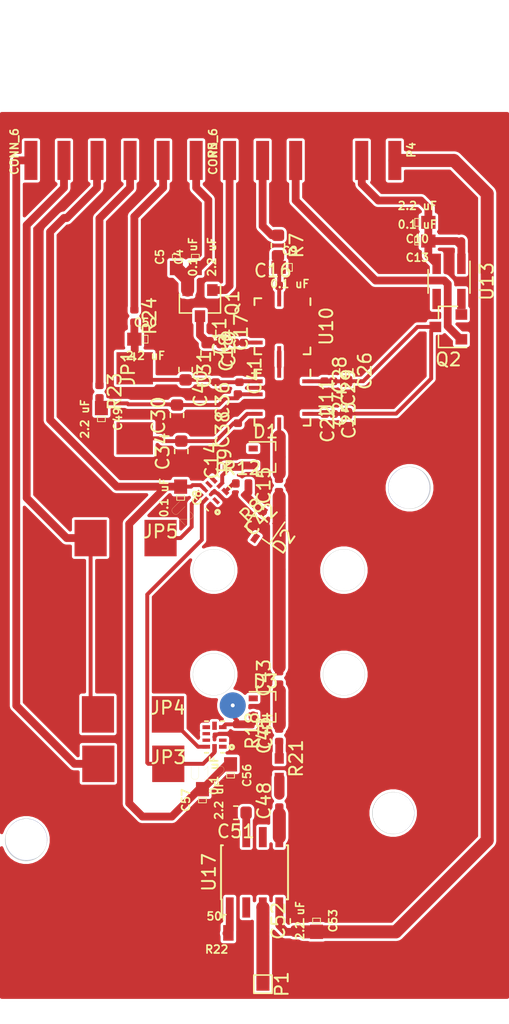
<source format=kicad_pcb>
(kicad_pcb (version 20171130) (host pcbnew 5.1.5+dfsg1-2~bpo9+1)
  (layers (0 F.Cu signal) (31 B.Cu signal) (34 B.Paste user) (35 F.Paste user) (36 B.SilkS user) (37 F.SilkS user) (38 B.Mask user) (39 F.Mask user) (44 Edge.Cuts user))
  (net 0 "")
  (net 1 "Net-(U2-Pad7)")
  (net 2 "Net-(U2-Pad6)")
  (net 3 "Net-(U2-Pad2)")
  (net 4 GND)
  (net 5 5V)
  (net 6 "Net-(D1-Pad1)")
  (net 7 3.3V)
  (net 8 Vtune)
  (net 9 "Net-(C14-Pad1)")
  (net 10 "Net-(C15-Pad1)")
  (net 11 "Net-(C15-Pad2)")
  (net 12 "Net-(U12-Pad6)")
  (net 13 "Net-(U12-Pad5)")
  (net 14 "Net-(U12-Pad2)")
  (net 15 "Net-(U13-Pad4)")
  (net 16 "Net-(C16-Pad2)")
  (net 17 VCO_POWER)
  (net 18 SCL)
  (net 19 "Net-(R12-Pad1)")
  (net 20 SDA)
  (net 21 AMP_GATE_CONTROL)
  (net 22 AMP_GAIN_CONTROL)
  (net 23 AMP_DRAIN_SUPPLY)
  (net 24 "Net-(Q2-Pad2)")
  (net 25 "Net-(U10-Pad15)")
  (net 26 "Net-(C42-Pad1)")
  (net 27 "Net-(D2-Pad3)")
  (net 28 "Net-(C43-Pad1)")
  (net 29 "Net-(C44-Pad1)")
  (net 30 "Net-(C45-Pad1)")
  (net 31 "Net-(D3-Pad1)")
  (net 32 "Net-(U12-Pad7)")
  (net 33 "Net-(C48-Pad2)")
  (net 34 "Net-(C48-Pad1)")
  (net 35 "Net-(C51-Pad1)")
  (net 36 "Net-(P1-Pad1)")
  (net 37 "Net-(R22-Pad1)")
  (net 38 VCO_POWER_CONTROL_)
  (net 39 AMP_GATE_CONTROL_)
  (net 40 AMP_GAIN_CONTROL_)
  (net 41 AMP_DRAIN_CONTROL_)
  (net 42 "Net-(R12-Pad2)")
  (module Connectors2:1X06-SMD_RA_MALE (layer F.Cu) (at 118.657515 84.722603 180)
    (fp_text reference P5 (at -7.62 -4.191 270) (layer F.SilkS) (effects (font (size 0.6096 0.6096) (thickness 0.127))))
    (fp_text value CONN_6 (at 7.62 -4.318 270) (layer F.SilkS) (effects (font (size 0.6096 0.6096) (thickness 0.127))))
    (pad 6 smd rect (at 6.35 -4.99872 270) (size 2.99974 0.99822) (layers F.Cu F.Paste F.Mask) (net 18 SCL))
    (pad 5 smd rect (at 3.81 -4.99872 270) (size 2.99974 0.99822) (layers F.Cu F.Paste F.Mask) (net 20 SDA))
    (pad 4 smd rect (at 1.27 -4.99872 270) (size 2.99974 0.99822) (layers F.Cu F.Paste F.Mask) (net 7 3.3V))
    (pad 3 smd rect (at -1.27 -4.99872 270) (size 2.99974 0.99822) (layers F.Cu F.Paste F.Mask) (net 40 AMP_GAIN_CONTROL_))
    (pad 2 smd rect (at -3.81 -4.99872 270) (size 2.99974 0.99822) (layers F.Cu F.Paste F.Mask) (net 39 AMP_GATE_CONTROL_))
    (pad 1 smd rect (at -6.35 -4.99872 270) (size 2.99974 0.99822) (layers F.Cu F.Paste F.Mask) (net 5 5V))
  )
  (module Connectors2:1X06-SMD_RA_MALE (layer F.Cu) (at 133.922915 84.727682 180)
    (fp_text reference P4 (at -7.62 -4.191 270) (layer F.SilkS) (effects (font (size 0.6096 0.6096) (thickness 0.127))))
    (fp_text value CONN_6 (at 7.62 -4.318 270) (layer F.SilkS) (effects (font (size 0.6096 0.6096) (thickness 0.127))))
    (pad 6 smd rect (at 6.35 -4.99872 270) (size 2.99974 0.99822) (layers F.Cu F.Paste F.Mask) (net 38 VCO_POWER_CONTROL_))
    (pad 5 smd rect (at 3.81 -4.99872 270) (size 2.99974 0.99822) (layers F.Cu F.Paste F.Mask) (net 8 Vtune))
    (pad 4 smd rect (at 1.27 -4.99872 270) (size 2.99974 0.99822) (layers F.Cu F.Paste F.Mask) (net 41 AMP_DRAIN_CONTROL_))
    (pad 3 smd rect (at -1.27 -4.99872 270) (size 2.99974 0.99822) (layers F.Cu F.Paste F.Mask) (net 4 GND))
    (pad 2 smd rect (at -3.81 -4.99872 270) (size 2.99974 0.99822) (layers F.Cu F.Paste F.Mask) (net 5 5V))
    (pad 1 smd rect (at -6.35 -4.99872 270) (size 2.99974 0.99822) (layers F.Cu F.Paste F.Mask) (net 5 5V))
  )
  (module snapeda:IC_ADS1115IRUGR (layer F.Cu) (at 126.266258 115.222886 135)
    (fp_text reference U2 (at 0.552 -2.787001 315) (layer F.SilkS) (effects (font (thickness 0.015))))
    (fp_text value ADS1115IDGS)
    (pad 3 smd rect (at -0.635 0.25 135) (size 0.58 0.25) (layers F.Cu F.Mask) (net 4 GND))
    (pad 2 smd rect (at -0.635 -0.25 135) (size 0.58 0.25) (layers F.Cu F.Mask) (net 3 "Net-(U2-Pad2)"))
    (pad 7 smd rect (at 0.635 0.25 135) (size 0.58 0.25) (layers F.Cu F.Mask) (net 1 "Net-(U2-Pad7)"))
    (pad 8 smd rect (at 0.635 -0.25 135) (size 0.58 0.25) (layers F.Cu F.Mask) (net 7 3.3V))
    (pad 6 smd rect (at 0.635 0.75 135) (size 0.58 0.3) (layers F.Cu F.Mask) (net 2 "Net-(U2-Pad6)"))
    (pad 4 smd rect (at -0.635 0.75 135) (size 0.58 0.3) (layers F.Cu F.Mask) (net 19 "Net-(R12-Pad1)"))
    (pad 1 smd rect (at -0.635 -0.75 135) (size 0.58 0.3) (layers F.Cu F.Mask) (net 4 GND))
    (pad 9 smd rect (at 0.635 -0.75 135) (size 0.58 0.3) (layers F.Cu F.Mask) (net 20 SDA))
    (pad 5 smd rect (at 0 0.86 135) (size 0.3 0.63) (layers F.Cu F.Mask) (net 9 "Net-(C14-Pad1)"))
    (pad 10 smd rect (at 0 -0.86 135) (size 0.3 0.63) (layers F.Cu F.Mask) (net 18 SCL))
  )
  (module snapeda:IC_ADS1115IRUGR (layer F.Cu) (at 126.417216 133.973202 180)
    (fp_text reference U12 (at 0.552 -2.787) (layer F.SilkS) (effects (font (thickness 0.015))))
    (fp_text value ADS1115IDGS)
    (pad 3 smd rect (at -0.635 0.25 180) (size 0.58 0.25) (layers F.Cu F.Mask) (net 4 GND))
    (pad 2 smd rect (at -0.635 -0.25 180) (size 0.58 0.25) (layers F.Cu F.Mask) (net 14 "Net-(U12-Pad2)"))
    (pad 7 smd rect (at 0.635 0.25 180) (size 0.58 0.25) (layers F.Cu F.Mask) (net 32 "Net-(U12-Pad7)"))
    (pad 8 smd rect (at 0.635 -0.25 180) (size 0.58 0.25) (layers F.Cu F.Mask) (net 7 3.3V))
    (pad 6 smd rect (at 0.635 0.75 180) (size 0.58 0.3) (layers F.Cu F.Mask) (net 12 "Net-(U12-Pad6)"))
    (pad 4 smd rect (at -0.635 0.75 180) (size 0.58 0.3) (layers F.Cu F.Mask) (net 29 "Net-(C44-Pad1)"))
    (pad 1 smd rect (at -0.635 -0.75 180) (size 0.58 0.3) (layers F.Cu F.Mask) (net 7 3.3V))
    (pad 9 smd rect (at 0.635 -0.75 180) (size 0.58 0.3) (layers F.Cu F.Mask) (net 20 SDA))
    (pad 5 smd rect (at 0 0.86 180) (size 0.35 0.63) (layers F.Cu F.Mask) (net 13 "Net-(U12-Pad5)"))
    (pad 10 smd rect (at 0 -0.86 180) (size 0.35 0.63) (layers F.Cu F.Mask) (net 18 SCL))
  )
  (module Capacitors:0805 (layer F.Cu) (at 126.582316 149.010003 180)
    (fp_text reference R22 (at 0 -1.27) (layer F.SilkS) (effects (font (size 0.6096 0.6096) (thickness 0.127))))
    (fp_text value 50r (at 0 1.27) (layer F.SilkS) (effects (font (size 0.6096 0.6096) (thickness 0.127))))
    (pad 2 smd rect (at 0.89916 0 180) (size 0.79756 1.19888) (layers F.Cu F.Paste F.Mask) (net 4 GND))
    (pad 1 smd rect (at -0.89916 0 180) (size 0.79756 1.19888) (layers F.Cu F.Paste F.Mask) (net 37 "Net-(R22-Pad1)"))
  )
  (module Capacitors:0603 (layer F.Cu) (at 125.490115 138.829682 90)
    (fp_text reference C57 (at 0 -1.27 90) (layer F.SilkS) (effects (font (size 0.6096 0.6096) (thickness 0.127))))
    (fp_text value "2.2 uF" (at 0 1.27 90) (layer F.SilkS) (effects (font (size 0.6096 0.6096) (thickness 0.127))))
    (pad 2 smd rect (at 0.84836 0 90) (size 1.09982 0.99822) (layers F.Cu F.Paste F.Mask) (net 7 3.3V))
    (pad 1 smd rect (at -0.84836 0 90) (size 1.09982 0.99822) (layers F.Cu F.Paste F.Mask) (net 4 GND))
  )
  (module Capacitors:0603 (layer F.Cu) (at 127.649115 136.924682 270)
    (fp_text reference C56 (at 0 -1.27 90) (layer F.SilkS) (effects (font (size 0.6096 0.6096) (thickness 0.127))))
    (fp_text value "0.1 uF" (at 0 1.27 90) (layer F.SilkS) (effects (font (size 0.6096 0.6096) (thickness 0.127))))
    (pad 2 smd rect (at 0.84836 0 270) (size 1.09982 0.99822) (layers F.Cu F.Paste F.Mask) (net 4 GND))
    (pad 1 smd rect (at -0.84836 0 270) (size 1.09982 0.99822) (layers F.Cu F.Paste F.Mask) (net 7 3.3V))
  )
  (module Capacitors:0603 (layer F.Cu) (at 134.258196 148.080363 270)
    (fp_text reference C53 (at 0 -1.27 90) (layer F.SilkS) (effects (font (size 0.6096 0.6096) (thickness 0.127))))
    (fp_text value "2.2 uF" (at 0 1.27 90) (layer F.SilkS) (effects (font (size 0.6096 0.6096) (thickness 0.127))))
    (pad 2 smd rect (at 0.84836 0 270) (size 1.09982 0.99822) (layers F.Cu F.Paste F.Mask) (net 5 5V))
    (pad 1 smd rect (at -0.84836 0 270) (size 1.09982 0.99822) (layers F.Cu F.Paste F.Mask) (net 4 GND))
  )
  (module Capacitors:0603 (layer F.Cu) (at 121.106075 103.442403)
    (fp_text reference C50 (at 0 -1.27) (layer F.SilkS) (effects (font (size 0.6096 0.6096) (thickness 0.127))))
    (fp_text value "2.2 uF" (at 0 1.27) (layer F.SilkS) (effects (font (size 0.6096 0.6096) (thickness 0.127))))
    (pad 2 smd rect (at 0.84836 0) (size 1.09982 0.99822) (layers F.Cu F.Paste F.Mask) (net 4 GND))
    (pad 1 smd rect (at -0.84836 0) (size 1.09982 0.99822) (layers F.Cu F.Paste F.Mask) (net 21 AMP_GATE_CONTROL))
  )
  (module Capacitors:0603 (layer F.Cu) (at 117.722796 109.573963 270)
    (fp_text reference C49 (at 0 -1.27 90) (layer F.SilkS) (effects (font (size 0.6096 0.6096) (thickness 0.127))))
    (fp_text value "2.2 uF" (at 0 1.27 90) (layer F.SilkS) (effects (font (size 0.6096 0.6096) (thickness 0.127))))
    (pad 2 smd rect (at 0.84836 0 270) (size 1.09982 0.99822) (layers F.Cu F.Paste F.Mask) (net 4 GND))
    (pad 1 smd rect (at -0.84836 0 270) (size 1.09982 0.99822) (layers F.Cu F.Paste F.Mask) (net 22 AMP_GAIN_CONTROL))
  )
  (module Capacitors:0603 (layer F.Cu) (at 142.000116 95.911303 180)
    (fp_text reference C13 (at 0 -1.27) (layer F.SilkS) (effects (font (size 0.6096 0.6096) (thickness 0.127))))
    (fp_text value "0.1 uF" (at 0 1.27) (layer F.SilkS) (effects (font (size 0.6096 0.6096) (thickness 0.127))))
    (pad 2 smd rect (at 0.84836 0 180) (size 1.09982 0.99822) (layers F.Cu F.Paste F.Mask) (net 4 GND))
    (pad 1 smd rect (at -0.84836 0 180) (size 1.09982 0.99822) (layers F.Cu F.Paste F.Mask) (net 5 5V))
  )
  (module Capacitors:0603 (layer F.Cu) (at 142.002655 94.476203 180)
    (fp_text reference C10 (at 0 -1.27) (layer F.SilkS) (effects (font (size 0.6096 0.6096) (thickness 0.127))))
    (fp_text value "2.2 uF" (at 0 1.27) (layer F.SilkS) (effects (font (size 0.6096 0.6096) (thickness 0.127))))
    (pad 2 smd rect (at 0.84836 0 180) (size 1.09982 0.99822) (layers F.Cu F.Paste F.Mask) (net 4 GND))
    (pad 1 smd rect (at -0.84836 0 180) (size 1.09982 0.99822) (layers F.Cu F.Paste F.Mask) (net 5 5V))
  )
  (module Capacitors:0603 (layer F.Cu) (at 132.195716 97.930603)
    (fp_text reference C9 (at 0 -1.27) (layer F.SilkS) (effects (font (size 0.6096 0.6096) (thickness 0.127))))
    (fp_text value "0.1 uF" (at 0 1.27) (layer F.SilkS) (effects (font (size 0.6096 0.6096) (thickness 0.127))))
    (pad 2 smd rect (at 0.84836 0) (size 1.09982 0.99822) (layers F.Cu F.Paste F.Mask) (net 4 GND))
    (pad 1 smd rect (at -0.84836 0) (size 1.09982 0.99822) (layers F.Cu F.Paste F.Mask) (net 16 "Net-(C16-Pad2)"))
  )
  (module Capacitors:0603 (layer F.Cu) (at 123.813715 115.609003 270)
    (fp_text reference C8 (at 0 -1.27 90) (layer F.SilkS) (effects (font (size 0.6096 0.6096) (thickness 0.127))))
    (fp_text value "0.1 uF" (at 0 1.27 90) (layer F.SilkS) (effects (font (size 0.6096 0.6096) (thickness 0.127))))
    (pad 2 smd rect (at 0.84836 0 270) (size 1.09982 0.99822) (layers F.Cu F.Paste F.Mask) (net 4 GND))
    (pad 1 smd rect (at -0.84836 0 270) (size 1.09982 0.99822) (layers F.Cu F.Paste F.Mask) (net 7 3.3V))
  )
  (module Capacitors:0603 (layer F.Cu) (at 123.483515 97.133043 90)
    (fp_text reference C5 (at 0 -1.27 90) (layer F.SilkS) (effects (font (size 0.6096 0.6096) (thickness 0.127))))
    (fp_text value "0.1 uF" (at 0 1.27 90) (layer F.SilkS) (effects (font (size 0.6096 0.6096) (thickness 0.127))))
    (pad 2 smd rect (at 0.84836 0 90) (size 1.09982 0.99822) (layers F.Cu F.Paste F.Mask) (net 4 GND))
    (pad 1 smd rect (at -0.84836 0 90) (size 1.09982 0.99822) (layers F.Cu F.Paste F.Mask) (net 5 5V))
  )
  (module Capacitors:0603 (layer F.Cu) (at 124.944015 97.130502 90)
    (fp_text reference C4 (at 0 -1.27 90) (layer F.SilkS) (effects (font (size 0.6096 0.6096) (thickness 0.127))))
    (fp_text value "2.2 uF" (at 0 1.27 90) (layer F.SilkS) (effects (font (size 0.6096 0.6096) (thickness 0.127))))
    (pad 2 smd rect (at 0.84836 0 90) (size 1.09982 0.99822) (layers F.Cu F.Paste F.Mask) (net 4 GND))
    (pad 1 smd rect (at -0.84836 0 90) (size 1.09982 0.99822) (layers F.Cu F.Paste F.Mask) (net 5 5V))
  )
  (module 0xDBFB7:JUMPER_5102 (layer F.Cu) (at 122.269396 118.707803 180)
    (fp_text reference JP5 (at 0 0.5) (layer F.SilkS))
    (fp_text value Jumper)
    (pad 2 smd rect (at 5.375 0 180) (size 2.47 2.8) (layers F.Cu F.Paste F.Mask) (net 20 SDA))
    (pad 1 smd rect (at 0 0 180) (size 2.47 2.8) (layers F.Cu F.Paste F.Mask) (net 20 SDA))
  )
  (module 0xDBFB7:JUMPER_5102 (layer F.Cu) (at 122.833276 132.240923 180)
    (fp_text reference JP4 (at 0 0.5) (layer F.SilkS))
    (fp_text value Jumper)
    (pad 1 smd rect (at 0 0 180) (size 2.47 2.8) (layers F.Cu F.Paste F.Mask) (net 20 SDA))
    (pad 2 smd rect (at 5.375 0 180) (size 2.47 2.8) (layers F.Cu F.Paste F.Mask) (net 20 SDA))
  )
  (module 0xDBFB7:JUMPER_5102 (layer F.Cu) (at 122.863755 136.035683 180)
    (fp_text reference JP3 (at 0 0.5) (layer F.SilkS))
    (fp_text value Jumper)
    (pad 1 smd rect (at 0 0 180) (size 2.47 2.8) (layers F.Cu F.Paste F.Mask) (net 18 SCL))
    (pad 2 smd rect (at 5.375 0 180) (size 2.47 2.8) (layers F.Cu F.Paste F.Mask) (net 18 SCL))
  )
  (module Capacitor_SMD:C_0603_1608Metric (layer F.Cu) (at 123.864516 112.053003 90)
    (fp_text reference C34 (at 0 -1.43 90) (layer F.SilkS))
    (fp_text value "0.1 uF")
    (pad 2 smd roundrect (at 0.7875 0 90) (size 0.875 0.95) (layers F.Cu F.Paste F.Mask) (net 21 AMP_GATE_CONTROL))
    (pad 1 smd roundrect (at -0.7875 0 90) (size 0.875 0.95) (layers F.Cu F.Paste F.Mask) (net 4 GND))
  )
  (module Capacitor_SMD:C_0402_1005Metric (layer F.Cu) (at 128.207916 110.376602 90)
    (fp_text reference C38 (at 0 -1.17 90) (layer F.SilkS))
    (fp_text value "1 nF")
    (pad 2 smd roundrect (at 0.485 0 90) (size 0.59 0.64) (layers F.Cu F.Paste F.Mask) (net 21 AMP_GATE_CONTROL))
    (pad 1 smd roundrect (at -0.485 0 90) (size 0.59 0.64) (layers F.Cu F.Paste F.Mask) (net 4 GND))
  )
  (module 0xDBFB7:JUMPER_5102 (layer F.Cu) (at 120.283116 105.677602 270)
    (fp_text reference JP1 (at 0 0.5 90) (layer F.SilkS))
    (fp_text value Jumper)
    (pad 2 smd rect (at 5.375 0 270) (size 2.47 2.8) (layers F.Cu F.Paste F.Mask) (net 21 AMP_GATE_CONTROL))
    (pad 1 smd rect (at 0 0 270) (size 2.47 2.8) (layers F.Cu F.Paste F.Mask) (net 21 AMP_GATE_CONTROL))
  )
  (module Resistor_SMD:R_0402_1005Metric (layer F.Cu) (at 120.257715 101.664402 270)
    (fp_text reference R24 (at 0 -1.17 90) (layer F.SilkS))
    (fp_text value 10k)
    (pad 2 smd roundrect (at 0.485 0 270) (size 0.59 0.64) (layers F.Cu F.Paste F.Mask) (net 21 AMP_GATE_CONTROL))
    (pad 1 smd roundrect (at -0.485 0 270) (size 0.59 0.64) (layers F.Cu F.Paste F.Mask) (net 39 AMP_GATE_CONTROL_))
  )
  (module Resistor_SMD:R_0402_1005Metric (layer F.Cu) (at 117.575476 107.465762 270)
    (fp_text reference R23 (at 0 -1.17 90) (layer F.SilkS))
    (fp_text value 10k)
    (pad 2 smd roundrect (at 0.485 0 270) (size 0.59 0.64) (layers F.Cu F.Paste F.Mask) (net 22 AMP_GAIN_CONTROL))
    (pad 1 smd roundrect (at -0.485 0 270) (size 0.59 0.64) (layers F.Cu F.Paste F.Mask) (net 40 AMP_GAIN_CONTROL_))
  )
  (module 0xDBFB7:PAT1220 (layer F.Cu) (at 133.389516 135.624203 270)
    (fp_text reference R21 (at 0 0.7 90) (layer F.SilkS))
    (fp_text value attenuator)
    (pad 3 smd rect (at 0.75 3.2 270) (size 2.3 0.7) (layers F.Cu F.Paste F.Mask) (net 4 GND))
    (pad 2 smd rect (at 1.5 2 270) (size 0.8 0.7) (layers F.Cu F.Paste F.Mask) (net 33 "Net-(C48-Pad2)"))
    (pad 1 smd rect (at 0 2 270) (size 0.8 0.7) (layers F.Cu F.Paste F.Mask) (net 30 "Net-(C45-Pad1)"))
  )
  (module Package_SO:SOIC-8_3.9x4.9mm_P1.27mm (layer F.Cu) (at 129.490616 144.361803 90)
    (fp_text reference U17 (at 0 -3.5 90) (layer F.SilkS))
    (fp_text value HMC363)
    (pad 8 smd rect (at 2.7 -1.905 90) (size 1.55 0.6) (layers F.Cu F.Paste F.Mask) (net 4 GND))
    (pad 7 smd rect (at 2.7 -0.635 90) (size 1.55 0.6) (layers F.Cu F.Paste F.Mask) (net 35 "Net-(C51-Pad1)"))
    (pad 6 smd rect (at 2.7 0.635 90) (size 1.55 0.6) (layers F.Cu F.Paste F.Mask))
    (pad 5 smd rect (at 2.7 1.905 90) (size 1.55 0.6) (layers F.Cu F.Paste F.Mask) (net 34 "Net-(C48-Pad1)"))
    (pad 4 smd rect (at -2.7 1.905 90) (size 1.55 0.6) (layers F.Cu F.Paste F.Mask) (net 5 5V))
    (pad 3 smd rect (at -2.7 0.635 90) (size 1.55 0.6) (layers F.Cu F.Paste F.Mask) (net 36 "Net-(P1-Pad1)"))
    (pad 2 smd rect (at -2.7 -0.635 90) (size 1.55 0.6) (layers F.Cu F.Paste F.Mask))
    (pad 1 smd rect (at -2.7 -1.905 90) (size 1.55 0.6) (layers F.Cu F.Paste F.Mask) (net 37 "Net-(R22-Pad1)"))
  )
  (module TestPoint:TestPoint_Pad_1.0x1.0mm (layer F.Cu) (at 130.138316 152.947003 270)
    (fp_text reference P1 (at 0 -1.448 90) (layer F.SilkS))
    (fp_text value CONN_1)
    (pad 1 smd rect (at 0 0 270) (size 1 1) (layers F.Cu F.Mask) (net 36 "Net-(P1-Pad1)"))
  )
  (module Capacitor_SMD:C_0603_1608Metric (layer F.Cu) (at 132.749436 148.090523 90)
    (fp_text reference C52 (at 0 -1.43 90) (layer F.SilkS))
    (fp_text value "1 nF")
    (pad 2 smd roundrect (at 0.7875 0 90) (size 0.875 0.95) (layers F.Cu F.Paste F.Mask) (net 4 GND))
    (pad 1 smd roundrect (at -0.7875 0 90) (size 0.875 0.95) (layers F.Cu F.Paste F.Mask) (net 5 5V))
  )
  (module Capacitor_SMD:C_0603_1608Metric (layer F.Cu) (at 128.055515 139.789802 180)
    (fp_text reference C51 (at 0 -1.43) (layer F.SilkS))
    (fp_text value "1 nF")
    (pad 2 smd roundrect (at 0.7875 0 180) (size 0.875 0.95) (layers F.Cu F.Paste F.Mask) (net 4 GND))
    (pad 1 smd roundrect (at -0.7875 0 180) (size 0.875 0.95) (layers F.Cu F.Paste F.Mask) (net 35 "Net-(C51-Pad1)"))
  )
  (module Resistor_SMD:R_0402_1005Metric (layer F.Cu) (at 131.395615 138.875402 90)
    (fp_text reference C48 (at 0 -1.17 90) (layer F.SilkS))
    (fp_text value "1 nF")
    (pad 2 smd roundrect (at 0.485 0 90) (size 0.59 0.64) (layers F.Cu F.Paste F.Mask) (net 33 "Net-(C48-Pad2)"))
    (pad 1 smd roundrect (at -0.485 0 90) (size 0.59 0.64) (layers F.Cu F.Paste F.Mask) (net 34 "Net-(C48-Pad1)"))
  )
  (module Resistor_SMD:R_0402_1005Metric (layer F.Cu) (at 128.157115 133.490603 270)
    (fp_text reference R18 (at 0 -1.17 90) (layer F.SilkS))
    (fp_text value 10k)
    (pad 2 smd roundrect (at 0.485 0 270) (size 0.59 0.64) (layers F.Cu F.Paste F.Mask) (net 4 GND))
    (pad 1 smd roundrect (at -0.485 0 270) (size 0.59 0.64) (layers F.Cu F.Paste F.Mask) (net 29 "Net-(C44-Pad1)"))
  )
  (module Resistor_SMD:R_0402_1005Metric (layer F.Cu) (at 128.538116 114.516803)
    (fp_text reference R12 (at 0 -1.17) (layer F.SilkS))
    (fp_text value 10k)
    (pad 2 smd roundrect (at 0.485 0) (size 0.59 0.64) (layers F.Cu F.Paste F.Mask) (net 42 "Net-(R12-Pad2)"))
    (pad 1 smd roundrect (at -0.485 0) (size 0.59 0.64) (layers F.Cu F.Paste F.Mask) (net 19 "Net-(R12-Pad1)"))
  )
  (module Package_TO_SOT_SMD:SOT-323_SC-70 (layer F.Cu) (at 130.392316 131.661803)
    (fp_text reference D3 (at -0.05 -1.95) (layer F.SilkS))
    (fp_text value BAT15-04)
    (pad 3 smd rect (at 1 0 270) (size 0.45 0.7) (layers F.Cu F.Paste F.Mask) (net 28 "Net-(C43-Pad1)"))
    (pad 2 smd rect (at -1 0.65 270) (size 0.45 0.7) (layers F.Cu F.Paste F.Mask) (net 29 "Net-(C44-Pad1)"))
    (pad 1 smd rect (at -1 -0.65 270) (size 0.45 0.7) (layers F.Cu F.Paste F.Mask) (net 31 "Net-(D3-Pad1)"))
  )
  (module Resistor_SMD:R_0402_1005Metric (layer F.Cu) (at 131.382916 133.843803 90)
    (fp_text reference C45 (at 0 -1.17 90) (layer F.SilkS))
    (fp_text value "1 nF")
    (pad 2 smd roundrect (at 0.485 0 90) (size 0.59 0.64) (layers F.Cu F.Paste F.Mask) (net 28 "Net-(C43-Pad1)"))
    (pad 1 smd roundrect (at -0.485 0 90) (size 0.59 0.64) (layers F.Cu F.Paste F.Mask) (net 30 "Net-(C45-Pad1)"))
  )
  (module Resistor_SMD:R_0402_1005Metric (layer F.Cu) (at 129.173116 133.503302 270)
    (fp_text reference C44 (at 0 -1.17 90) (layer F.SilkS))
    (fp_text value "1 nF")
    (pad 2 smd roundrect (at 0.485 0 270) (size 0.59 0.64) (layers F.Cu F.Paste F.Mask) (net 4 GND))
    (pad 1 smd roundrect (at -0.485 0 270) (size 0.59 0.64) (layers F.Cu F.Paste F.Mask) (net 29 "Net-(C44-Pad1)"))
  )
  (module Resistor_SMD:R_0402_1005Metric (layer F.Cu) (at 131.382916 129.439303 90)
    (fp_text reference C43 (at 0 -1.17 90) (layer F.SilkS))
    (fp_text value "1 nF")
    (pad 2 smd roundrect (at 0.485 0 90) (size 0.59 0.64) (layers F.Cu F.Paste F.Mask) (net 10 "Net-(C15-Pad1)"))
    (pad 1 smd roundrect (at -0.485 0 90) (size 0.59 0.64) (layers F.Cu F.Paste F.Mask) (net 28 "Net-(C43-Pad1)"))
  )
  (module Resistor_SMD:R_0402_1005Metric (layer F.Cu) (at 128.458464 115.763368 225)
    (fp_text reference R8 (at 0 -1.17 45) (layer F.SilkS))
    (fp_text value 10k)
    (pad 2 smd roundrect (at 0.485 0 225) (size 0.59 0.64) (layers F.Cu F.Paste F.Mask) (net 4 GND))
    (pad 1 smd roundrect (at -0.485 0 225) (size 0.59 0.64) (layers F.Cu F.Paste F.Mask) (net 26 "Net-(C42-Pad1)"))
  )
  (module Package_TO_SOT_SMD:SOT-323_SC-70 (layer F.Cu) (at 130.112916 117.888651 235)
    (fp_text reference D2 (at -0.05 -1.95 55) (layer F.SilkS))
    (fp_text value BAT15-04)
    (pad 3 smd rect (at 1 0 145) (size 0.45 0.7) (layers F.Cu F.Paste F.Mask) (net 27 "Net-(D2-Pad3)"))
    (pad 2 smd rect (at -1 0.65 145) (size 0.45 0.7) (layers F.Cu F.Paste F.Mask) (net 26 "Net-(C42-Pad1)"))
    (pad 1 smd rect (at -1 -0.65 145) (size 0.45 0.7) (layers F.Cu F.Paste F.Mask) (net 10 "Net-(C15-Pad1)"))
  )
  (module Resistor_SMD:R_0402_1005Metric (layer F.Cu) (at 129.165147 116.470049 225)
    (fp_text reference C42 (at 0 -1.17 45) (layer F.SilkS))
    (fp_text value "1 nF")
    (pad 2 smd roundrect (at 0.485 0 225) (size 0.59 0.64) (layers F.Cu F.Paste F.Mask) (net 4 GND))
    (pad 1 smd roundrect (at -0.485 0 225) (size 0.59 0.64) (layers F.Cu F.Paste F.Mask) (net 26 "Net-(C42-Pad1)"))
  )
  (module Capacitor_SMD:C_0402_1005Metric (layer F.Cu) (at 128.334916 106.261803 270)
    (fp_text reference C41 (at 0 -1.17 90) (layer F.SilkS))
    (fp_text value "1 nF")
    (pad 2 smd roundrect (at 0.485 0 270) (size 0.59 0.64) (layers F.Cu F.Paste F.Mask) (net 21 AMP_GATE_CONTROL))
    (pad 1 smd roundrect (at -0.485 0 270) (size 0.59 0.64) (layers F.Cu F.Paste F.Mask) (net 4 GND))
  )
  (module Capacitor_SMD:C_0402_1005Metric (layer F.Cu) (at 126.506116 107.227003 90)
    (fp_text reference C40 (at 0 -1.17 90) (layer F.SilkS))
    (fp_text value "1 nF")
    (pad 2 smd roundrect (at 0.485 0 90) (size 0.59 0.64) (layers F.Cu F.Paste F.Mask) (net 21 AMP_GATE_CONTROL))
    (pad 1 smd roundrect (at -0.485 0 90) (size 0.59 0.64) (layers F.Cu F.Paste F.Mask) (net 4 GND))
  )
  (module Capacitor_SMD:C_0402_1005Metric (layer F.Cu) (at 128.207916 108.141402 90)
    (fp_text reference C36 (at 0 -1.17 90) (layer F.SilkS))
    (fp_text value "1 nF")
    (pad 2 smd roundrect (at 0.485 0 90) (size 0.59 0.64) (layers F.Cu F.Paste F.Mask) (net 22 AMP_GAIN_CONTROL))
    (pad 1 smd roundrect (at -0.485 0 90) (size 0.59 0.64) (layers F.Cu F.Paste F.Mask) (net 4 GND))
  )
  (module Capacitor_SMD:C_0603_1608Metric (layer F.Cu) (at 124.194716 105.779203 270)
    (fp_text reference C31 (at 0 -1.43 90) (layer F.SilkS))
    (fp_text value "0.1 uF")
    (pad 2 smd roundrect (at 0.7875 0 270) (size 0.875 0.95) (layers F.Cu F.Paste F.Mask) (net 21 AMP_GATE_CONTROL))
    (pad 1 smd roundrect (at -0.7875 0 270) (size 0.875 0.95) (layers F.Cu F.Paste F.Mask) (net 4 GND))
  )
  (module Capacitor_SMD:C_0603_1608Metric (layer F.Cu) (at 123.534315 109.284403 90)
    (fp_text reference C30 (at 0 -1.43 90) (layer F.SilkS))
    (fp_text value "0.1 uF")
    (pad 2 smd roundrect (at 0.7875 0 90) (size 0.875 0.95) (layers F.Cu F.Paste F.Mask) (net 22 AMP_GAIN_CONTROL))
    (pad 1 smd roundrect (at -0.7875 0 90) (size 0.875 0.95) (layers F.Cu F.Paste F.Mask) (net 4 GND))
  )
  (module Capacitor_SMD:C_0402_1005Metric (layer F.Cu) (at 135.535815 107.163502 270)
    (fp_text reference C29 (at 0 -1.17 90) (layer F.SilkS))
    (fp_text value "1 nF")
    (pad 2 smd roundrect (at 0.485 0 270) (size 0.59 0.64) (layers F.Cu F.Paste F.Mask) (net 4 GND))
    (pad 1 smd roundrect (at -0.485 0 270) (size 0.59 0.64) (layers F.Cu F.Paste F.Mask) (net 23 AMP_DRAIN_SUPPLY))
  )
  (module Capacitor_SMD:C_0402_1005Metric (layer F.Cu) (at 134.875416 106.185602 270)
    (fp_text reference C28 (at 0 -1.17 90) (layer F.SilkS))
    (fp_text value "1 nF")
    (pad 2 smd roundrect (at 0.485 0 270) (size 0.59 0.64) (layers F.Cu F.Paste F.Mask) (net 23 AMP_DRAIN_SUPPLY))
    (pad 1 smd roundrect (at -0.485 0 270) (size 0.59 0.64) (layers F.Cu F.Paste F.Mask) (net 4 GND))
  )
  (module Capacitor_SMD:C_0603_1608Metric (layer F.Cu) (at 136.539116 105.880803 270)
    (fp_text reference C26 (at 0 -1.43 90) (layer F.SilkS))
    (fp_text value "1 nF")
    (pad 2 smd roundrect (at 0.7875 0 270) (size 0.875 0.95) (layers F.Cu F.Paste F.Mask) (net 23 AMP_DRAIN_SUPPLY))
    (pad 1 smd roundrect (at -0.7875 0 270) (size 0.875 0.95) (layers F.Cu F.Paste F.Mask) (net 4 GND))
  )
  (module Capacitor_SMD:C_0603_1608Metric (layer F.Cu) (at 125.883816 104.496503 270)
    (fp_text reference C18 (at 0 -1.43 90) (layer F.SilkS))
    (fp_text value "1 nF")
    (pad 2 smd roundrect (at 0.7875 0 270) (size 0.875 0.95) (layers F.Cu F.Paste F.Mask) (net 4 GND))
    (pad 1 smd roundrect (at -0.7875 0 270) (size 0.875 0.95) (layers F.Cu F.Paste F.Mask) (net 17 VCO_POWER))
  )
  (module Capacitor_SMD:C_0402_1005Metric (layer F.Cu) (at 127.979315 103.213803 90)
    (fp_text reference C11 (at 0 -1.17 90) (layer F.SilkS))
    (fp_text value "1 nF")
    (pad 2 smd roundrect (at 0.485 0 90) (size 0.59 0.64) (layers F.Cu F.Paste F.Mask) (net 4 GND))
    (pad 1 smd roundrect (at -0.485 0 90) (size 0.59 0.64) (layers F.Cu F.Paste F.Mask) (net 17 VCO_POWER))
  )
  (module Package_DFN_QFN:QFN-24-1EP_4x4mm_P0.5mm_EP2.6x2.6mm (layer F.Cu) (at 131.636916 107.925503 270)
    (fp_text reference U11 (at 0 -3.375 90) (layer F.SilkS))
    (fp_text value HMC996)
    (pad 25 smd rect (at 0 0 270) (size 2.6 2.6) (layers F.Cu F.Mask) (net 4 GND))
    (pad 24 smd rect (at -1.25 -1.95) (size 0.85 0.3) (layers F.Cu F.Paste F.Mask) (net 23 AMP_DRAIN_SUPPLY))
    (pad 23 smd rect (at -0.75 -1.95) (size 0.85 0.3) (layers F.Cu F.Paste F.Mask) (net 4 GND))
    (pad 22 smd rect (at -0.25 -1.95) (size 0.85 0.3) (layers F.Cu F.Paste F.Mask) (net 4 GND))
    (pad 21 smd rect (at 0.25 -1.95) (size 0.85 0.3) (layers F.Cu F.Paste F.Mask) (net 4 GND))
    (pad 20 smd rect (at 0.75 -1.95) (size 0.85 0.3) (layers F.Cu F.Paste F.Mask) (net 4 GND))
    (pad 19 smd rect (at 1.25 -1.95) (size 0.85 0.3) (layers F.Cu F.Paste F.Mask) (net 23 AMP_DRAIN_SUPPLY))
    (pad 18 smd rect (at 1.95 -1.25 270) (size 0.85 0.3) (layers F.Cu F.Paste F.Mask) (net 4 GND))
    (pad 17 smd rect (at 1.95 -0.75 270) (size 0.85 0.3) (layers F.Cu F.Paste F.Mask) (net 4 GND))
    (pad 16 smd rect (at 1.95 -0.25 270) (size 0.85 0.3) (layers F.Cu F.Paste F.Mask) (net 4 GND))
    (pad 15 smd rect (at 1.95 0.25 270) (size 0.85 0.3) (layers F.Cu F.Paste F.Mask) (net 11 "Net-(C15-Pad2)"))
    (pad 14 smd rect (at 1.95 0.75 270) (size 0.85 0.3) (layers F.Cu F.Paste F.Mask) (net 4 GND))
    (pad 13 smd rect (at 1.95 1.25 270) (size 0.85 0.3) (layers F.Cu F.Paste F.Mask) (net 4 GND))
    (pad 12 smd rect (at 1.25 1.95) (size 0.85 0.3) (layers F.Cu F.Paste F.Mask) (net 21 AMP_GATE_CONTROL))
    (pad 11 smd rect (at 0.75 1.95) (size 0.85 0.3) (layers F.Cu F.Paste F.Mask) (net 4 GND))
    (pad 10 smd rect (at 0.25 1.95) (size 0.85 0.3) (layers F.Cu F.Paste F.Mask) (net 4 GND))
    (pad 9 smd rect (at -0.25 1.95) (size 0.85 0.3) (layers F.Cu F.Paste F.Mask) (net 22 AMP_GAIN_CONTROL))
    (pad 8 smd rect (at -0.75 1.95) (size 0.85 0.3) (layers F.Cu F.Paste F.Mask) (net 4 GND))
    (pad 7 smd rect (at -1.25 1.95) (size 0.85 0.3) (layers F.Cu F.Paste F.Mask) (net 21 AMP_GATE_CONTROL))
    (pad 6 smd rect (at -1.95 1.25 270) (size 0.85 0.3) (layers F.Cu F.Paste F.Mask) (net 4 GND))
    (pad 5 smd rect (at -1.95 0.75 270) (size 0.85 0.3) (layers F.Cu F.Paste F.Mask) (net 4 GND))
    (pad 4 smd rect (at -1.95 0.25 270) (size 0.85 0.3) (layers F.Cu F.Paste F.Mask) (net 25 "Net-(U10-Pad15)"))
    (pad 3 smd rect (at -1.95 -0.25 270) (size 0.85 0.3) (layers F.Cu F.Paste F.Mask) (net 4 GND))
    (pad 2 smd rect (at -1.95 -0.75 270) (size 0.85 0.3) (layers F.Cu F.Paste F.Mask) (net 4 GND))
    (pad 1 smd rect (at -1.95 -1.25 270) (size 0.85 0.3) (layers F.Cu F.Paste F.Mask) (net 4 GND))
  )
  (module Package_TO_SOT_SMD:SOT-23-5_HandSoldering (layer F.Cu) (at 144.438515 99.010102 270)
    (fp_text reference U13 (at 0 -2.9 90) (layer F.SilkS))
    (fp_text value MAX4915)
    (pad 5 smd rect (at 1.35 -0.95 270) (size 1.56 0.65) (layers F.Cu F.Paste F.Mask) (net 24 "Net-(Q2-Pad2)"))
    (pad 4 smd rect (at 1.35 0.95 270) (size 1.56 0.65) (layers F.Cu F.Paste F.Mask) (net 15 "Net-(U13-Pad4)"))
    (pad 3 smd rect (at -1.35 0.95 270) (size 1.56 0.65) (layers F.Cu F.Paste F.Mask) (net 5 5V))
    (pad 2 smd rect (at -1.35 0 270) (size 1.56 0.65) (layers F.Cu F.Paste F.Mask) (net 4 GND))
    (pad 1 smd rect (at -1.35 -0.95 270) (size 1.56 0.65) (layers F.Cu F.Paste F.Mask) (net 5 5V))
  )
  (module Package_TO_SOT_SMD:SOT-23 (layer F.Cu) (at 144.387716 102.502602 180)
    (fp_text reference Q2 (at 0 -2.5) (layer F.SilkS))
    (fp_text value DMP3099L)
    (pad 3 smd rect (at 1 0 180) (size 0.9 0.8) (layers F.Cu F.Paste F.Mask) (net 23 AMP_DRAIN_SUPPLY))
    (pad 2 smd rect (at -1 0.95 180) (size 0.9 0.8) (layers F.Cu F.Paste F.Mask) (net 24 "Net-(Q2-Pad2)"))
    (pad 1 smd rect (at -1 -0.95 180) (size 0.9 0.8) (layers F.Cu F.Paste F.Mask) (net 41 AMP_DRAIN_CONTROL_))
  )
  (module Capacitor_SMD:C_0402_1005Metric (layer F.Cu) (at 135.573916 109.665403 270)
    (fp_text reference C25 (at 0 -1.17 90) (layer F.SilkS))
    (fp_text value "1 nF")
    (pad 2 smd roundrect (at 0.485 0 270) (size 0.59 0.64) (layers F.Cu F.Paste F.Mask) (net 4 GND))
    (pad 1 smd roundrect (at -0.485 0 270) (size 0.59 0.64) (layers F.Cu F.Paste F.Mask) (net 23 AMP_DRAIN_SUPPLY))
  )
  (module Capacitor_SMD:C_0402_1005Metric (layer F.Cu) (at 134.888115 108.697803 270)
    (fp_text reference C24 (at 0 -1.17 90) (layer F.SilkS))
    (fp_text value "1 nF")
    (pad 2 smd roundrect (at 0.485 0 270) (size 0.59 0.64) (layers F.Cu F.Paste F.Mask) (net 23 AMP_DRAIN_SUPPLY))
    (pad 1 smd roundrect (at -0.485 0 270) (size 0.59 0.64) (layers F.Cu F.Paste F.Mask) (net 4 GND))
  )
  (module Capacitor_SMD:C_0603_1608Metric (layer F.Cu) (at 136.539116 109.944803 90)
    (fp_text reference C22 (at 0 -1.43 90) (layer F.SilkS))
    (fp_text value "1 nF")
    (pad 2 smd roundrect (at 0.7875 0 90) (size 0.875 0.95) (layers F.Cu F.Paste F.Mask) (net 23 AMP_DRAIN_SUPPLY))
    (pad 1 smd roundrect (at -0.7875 0 90) (size 0.875 0.95) (layers F.Cu F.Paste F.Mask) (net 4 GND))
  )
  (module Package_TO_SOT_SMD:SOT-23 (layer F.Cu) (at 125.299616 100.673802 270)
    (fp_text reference Q1 (at 0 -2.5 90) (layer F.SilkS))
    (fp_text value DMP3099L)
    (pad 3 smd rect (at 1 0 270) (size 0.9 0.8) (layers F.Cu F.Paste F.Mask) (net 17 VCO_POWER))
    (pad 2 smd rect (at -1 0.95 270) (size 0.9 0.8) (layers F.Cu F.Paste F.Mask) (net 5 5V))
    (pad 1 smd rect (at -1 -0.95 270) (size 0.9 0.8) (layers F.Cu F.Paste F.Mask) (net 38 VCO_POWER_CONTROL_))
  )
  (module Package_TO_SOT_SMD:SOT-323_SC-70 (layer F.Cu) (at 130.387236 112.484803)
    (fp_text reference D1 (at -0.05 -1.95) (layer F.SilkS))
    (fp_text value BAT15-04)
    (pad 3 smd rect (at 1 0 270) (size 0.45 0.7) (layers F.Cu F.Paste F.Mask) (net 11 "Net-(C15-Pad2)"))
    (pad 2 smd rect (at -1 0.65 270) (size 0.45 0.7) (layers F.Cu F.Paste F.Mask) (net 9 "Net-(C14-Pad1)"))
    (pad 1 smd rect (at -1 -0.65 270) (size 0.45 0.7) (layers F.Cu F.Paste F.Mask) (net 6 "Net-(D1-Pad1)"))
  )
  (module Capacitor_SMD:C_0402_1005Metric (layer F.Cu) (at 128.677816 104.191702 90)
    (fp_text reference C19 (at 0 -1.17 90) (layer F.SilkS))
    (fp_text value "1 nF")
    (pad 2 smd roundrect (at 0.485 0 90) (size 0.59 0.64) (layers F.Cu F.Paste F.Mask) (net 17 VCO_POWER))
    (pad 1 smd roundrect (at -0.485 0 90) (size 0.59 0.64) (layers F.Cu F.Paste F.Mask) (net 4 GND))
  )
  (module Capacitor_SMD:C_0603_1608Metric (layer F.Cu) (at 127.026815 102.921703 270)
    (fp_text reference C17 (at 0 -1.43 90) (layer F.SilkS))
    (fp_text value "1 nF")
    (pad 2 smd roundrect (at 0.7875 0 270) (size 0.875 0.95) (layers F.Cu F.Paste F.Mask) (net 17 VCO_POWER))
    (pad 1 smd roundrect (at -0.7875 0 270) (size 0.875 0.95) (layers F.Cu F.Paste F.Mask) (net 4 GND))
  )
  (module Capacitor_SMD:C_0402_1005Metric (layer F.Cu) (at 130.902715 99.353002)
    (fp_text reference C16 (at 0 -1.17) (layer F.SilkS))
    (fp_text value "1 nF")
    (pad 2 smd roundrect (at 0.485 0) (size 0.59 0.64) (layers F.Cu F.Paste F.Mask) (net 16 "Net-(C16-Pad2)"))
    (pad 1 smd roundrect (at -0.485 0) (size 0.59 0.64) (layers F.Cu F.Paste F.Mask) (net 4 GND))
  )
  (module Resistor_SMD:R_0603_1608Metric (layer F.Cu) (at 131.294016 96.254202 270)
    (fp_text reference R7 (at 0 -1.43 90) (layer F.SilkS))
    (fp_text value 10k)
    (pad 2 smd roundrect (at 0.7875 0 270) (size 0.875 0.95) (layers F.Cu F.Paste F.Mask) (net 16 "Net-(C16-Pad2)"))
    (pad 1 smd roundrect (at -0.7875 0 270) (size 0.875 0.95) (layers F.Cu F.Paste F.Mask) (net 8 Vtune))
  )
  (module Resistor_SMD:R_0402_1005Metric (layer F.Cu) (at 128.360316 112.761803 90)
    (fp_text reference R9 (at 0 -1.17 90) (layer F.SilkS))
    (fp_text value 10k)
    (pad 1 smd roundrect (at -0.485 0 90) (size 0.59 0.64) (layers F.Cu F.Paste F.Mask) (net 9 "Net-(C14-Pad1)"))
    (pad 2 smd roundrect (at 0.485 0 90) (size 0.59 0.64) (layers F.Cu F.Paste F.Mask) (net 4 GND))
  )
  (module Package_DFN_QFN:QFN-24-1EP_4x4mm_P0.5mm_EP2.6x2.6mm (layer F.Cu) (at 131.636916 102.451802 270)
    (fp_text reference U10 (at 0 -3.375 90) (layer F.SilkS))
    (fp_text value HMC732)
    (pad 1 smd rect (at -1.95 -1.25 270) (size 0.85 0.3) (layers F.Cu F.Paste F.Mask) (net 4 GND))
    (pad 2 smd rect (at -1.95 -0.75 270) (size 0.85 0.3) (layers F.Cu F.Paste F.Mask) (net 4 GND))
    (pad 3 smd rect (at -1.95 -0.25 270) (size 0.85 0.3) (layers F.Cu F.Paste F.Mask) (net 4 GND))
    (pad 4 smd rect (at -1.95 0.25 270) (size 0.85 0.3) (layers F.Cu F.Paste F.Mask) (net 16 "Net-(C16-Pad2)"))
    (pad 5 smd rect (at -1.95 0.75 270) (size 0.85 0.3) (layers F.Cu F.Paste F.Mask) (net 4 GND))
    (pad 6 smd rect (at -1.95 1.25 270) (size 0.85 0.3) (layers F.Cu F.Paste F.Mask) (net 4 GND))
    (pad 7 smd rect (at -1.25 1.95) (size 0.85 0.3) (layers F.Cu F.Paste F.Mask) (net 4 GND))
    (pad 8 smd rect (at -0.75 1.95) (size 0.85 0.3) (layers F.Cu F.Paste F.Mask) (net 4 GND))
    (pad 9 smd rect (at -0.25 1.95) (size 0.85 0.3) (layers F.Cu F.Paste F.Mask) (net 4 GND))
    (pad 10 smd rect (at 0.25 1.95) (size 0.85 0.3) (layers F.Cu F.Paste F.Mask) (net 4 GND))
    (pad 11 smd rect (at 0.75 1.95) (size 0.85 0.3) (layers F.Cu F.Paste F.Mask) (net 4 GND))
    (pad 12 smd rect (at 1.25 1.95) (size 0.85 0.3) (layers F.Cu F.Paste F.Mask) (net 17 VCO_POWER))
    (pad 13 smd rect (at 1.95 1.25 270) (size 0.85 0.3) (layers F.Cu F.Paste F.Mask) (net 4 GND))
    (pad 14 smd rect (at 1.95 0.75 270) (size 0.85 0.25) (layers F.Cu F.Paste F.Mask) (net 4 GND))
    (pad 15 smd rect (at 1.95 0.25 270) (size 0.85 0.3) (layers F.Cu F.Paste F.Mask) (net 25 "Net-(U10-Pad15)"))
    (pad 16 smd rect (at 1.95 -0.25 270) (size 0.85 0.2) (layers F.Cu F.Paste F.Mask) (net 4 GND))
    (pad 17 smd rect (at 1.95 -0.75 270) (size 0.85 0.3) (layers F.Cu F.Paste F.Mask) (net 4 GND))
    (pad 18 smd rect (at 1.95 -1.25 270) (size 0.85 0.3) (layers F.Cu F.Paste F.Mask) (net 4 GND))
    (pad 19 smd rect (at 1.25 -1.95) (size 0.85 0.3) (layers F.Cu F.Paste F.Mask) (net 4 GND))
    (pad 20 smd rect (at 0.75 -1.95) (size 0.85 0.3) (layers F.Cu F.Paste F.Mask) (net 4 GND))
    (pad 21 smd rect (at 0.25 -1.95) (size 0.85 0.3) (layers F.Cu F.Paste F.Mask) (net 4 GND))
    (pad 22 smd rect (at -0.25 -1.95) (size 0.85 0.3) (layers F.Cu F.Paste F.Mask) (net 4 GND))
    (pad 23 smd rect (at -0.75 -1.95) (size 0.85 0.3) (layers F.Cu F.Paste F.Mask) (net 4 GND))
    (pad 24 smd rect (at -1.25 -1.95) (size 0.85 0.3) (layers F.Cu F.Paste F.Mask) (net 4 GND))
    (pad 25 smd rect (at 0 0 270) (size 2.6 2.6) (layers F.Cu F.Mask) (net 4 GND))
  )
  (module Resistor_SMD:R_0402_1005Metric (layer F.Cu) (at 131.370216 114.669203 90)
    (fp_text reference C15 (at 0 -1.17 90) (layer F.SilkS))
    (fp_text value "1 nF")
    (pad 1 smd roundrect (at -0.485 0 90) (size 0.59 0.64) (layers F.Cu F.Paste F.Mask) (net 10 "Net-(C15-Pad1)"))
    (pad 2 smd roundrect (at 0.485 0 90) (size 0.59 0.64) (layers F.Cu F.Paste F.Mask) (net 11 "Net-(C15-Pad2)"))
  )
  (module Resistor_SMD:R_0402_1005Metric (layer F.Cu) (at 127.369716 112.764203 90)
    (fp_text reference C14 (at 0 -1.17 90) (layer F.SilkS))
    (fp_text value "1 nF")
    (pad 1 smd roundrect (at -0.485 0 90) (size 0.59 0.64) (layers F.Cu F.Paste F.Mask) (net 9 "Net-(C14-Pad1)"))
    (pad 2 smd roundrect (at 0.485 0 90) (size 0.59 0.64) (layers F.Cu F.Paste F.Mask) (net 4 GND))
  )
  (gr_circle (center 111.926515 141.898002) (end 111.926516 143.485503) (layer Edge.Cuts) (width 0.05))
  (gr_circle (center 140.145915 139.815202) (end 140.145916 141.402703) (layer Edge.Cuts) (width 0.05))
  (gr_circle (center 141.415915 114.847002) (end 141.415916 116.434503) (layer Edge.Cuts) (width 0.05))
  (gr_circle (center 126.361316 129.171603) (end 126.361316 130.759103) (layer Edge.Cuts) (width 0.05))
  (gr_circle (center 126.361316 121.171602) (end 126.361316 122.759102) (layer Edge.Cuts) (width 0.05))
  (gr_circle (center 136.361316 129.171603) (end 136.361316 130.759103) (layer Edge.Cuts) (width 0.05))
  (gr_circle (center 136.361315 121.171602) (end 136.361316 122.759103) (layer Edge.Cuts) (width 0.05))
  (via (at 136.361315 121.171602) (size 3.2) (drill 3.175) (layers F.Cu B.Cu) (net 0))
  (via (at 136.361316 129.171603) (size 3.2) (drill 3.175) (layers F.Cu B.Cu) (net 0))
  (via (at 126.361316 121.171602) (size 3.2) (drill 3.175) (layers F.Cu B.Cu) (net 0))
  (via (at 126.361316 129.171603) (size 3.2) (drill 3.175) (layers F.Cu B.Cu) (net 0))
  (via (at 141.365115 114.847002) (size 3.2) (drill 3.175) (layers F.Cu B.Cu) (net 0))
  (via (at 140.171315 139.815202) (size 3.2) (drill 3.175) (layers F.Cu B.Cu) (net 0))
  (via (at 111.951915 141.847202) (size 3.2) (drill 3.175) (layers F.Cu B.Cu) (net 0))
  (segment (start 131.886916 105.975503) (end 132.386916 105.975502) (width 0.25) (layer F.Cu) (net 4))
  (segment (start 135.192916 89.726403) (end 135.192916 92.799803) (width 0.6) (layer F.Cu) (net 4))
  (segment (start 124.349616 98.573263) (end 124.944016 97.978863) (width 1) (layer F.Cu) (net 5))
  (segment (start 124.349616 99.673803) (end 124.349616 98.573263) (width 1) (layer F.Cu) (net 5))
  (segment (start 124.349615 98.847502) (end 123.483515 97.981403) (width 1) (layer F.Cu) (net 5))
  (segment (start 124.349616 99.673803) (end 124.349615 98.847502) (width 1) (layer F.Cu) (net 5))
  (segment (start 131.395615 148.436803) (end 131.892615 148.933803) (width 0.6) (layer F.Cu) (net 5))
  (segment (start 131.395615 147.061802) (end 131.395615 148.436803) (width 0.6) (layer F.Cu) (net 5))
  (segment (start 131.892615 148.933803) (end 133.287915 148.933803) (width 0.6) (layer F.Cu) (net 5))
  (segment (start 125.007516 91.821193) (end 125.007516 89.721322) (width 0.6) (layer F.Cu) (net 5))
  (segment (start 125.943126 92.756804) (end 125.007516 91.821193) (width 0.6) (layer F.Cu) (net 5))
  (segment (start 125.943127 97.232053) (end 125.943126 92.756804) (width 0.6) (layer F.Cu) (net 5))
  (segment (start 125.196318 97.978863) (end 125.943127 97.232053) (width 0.6) (layer F.Cu) (net 5))
  (segment (start 124.944016 97.978863) (end 125.196318 97.978863) (width 0.6) (layer F.Cu) (net 5))
  (segment (start 145.388516 95.911343) (end 145.388476 95.911302) (width 0.6) (layer F.Cu) (net 5))
  (segment (start 145.388516 97.660103) (end 145.388516 95.911343) (width 0.6) (layer F.Cu) (net 5))
  (segment (start 142.848475 94.478743) (end 142.851016 94.476202) (width 0.6) (layer F.Cu) (net 5))
  (segment (start 142.848476 95.911302) (end 142.848475 94.478743) (width 0.6) (layer F.Cu) (net 5))
  (segment (start 142.848476 97.020063) (end 143.488516 97.660103) (width 0.6) (layer F.Cu) (net 5))
  (segment (start 142.848476 95.911302) (end 142.848476 97.020063) (width 0.6) (layer F.Cu) (net 5))
  (segment (start 145.019715 95.911302) (end 145.388515 96.280102) (width 0.6) (layer F.Cu) (net 5))
  (segment (start 145.388515 96.280102) (end 145.388516 97.660103) (width 0.6) (layer F.Cu) (net 5))
  (segment (start 142.848476 95.911302) (end 145.019715 95.911302) (width 0.6) (layer F.Cu) (net 5))
  (segment (start 142.851016 93.377092) (end 142.273726 92.799803) (width 0.6) (layer F.Cu) (net 5))
  (segment (start 142.851016 94.476202) (end 142.851016 93.377092) (width 0.6) (layer F.Cu) (net 5))
  (segment (start 142.273726 92.799803) (end 139.002916 92.799803) (width 0.6) (layer F.Cu) (net 5))
  (segment (start 139.002916 92.799803) (end 137.732916 91.529802) (width 0.6) (layer F.Cu) (net 5))
  (segment (start 137.732916 91.529802) (end 137.732916 89.726403) (width 0.6) (layer F.Cu) (net 5))
  (segment (start 140.272915 89.726403) (end 144.819516 89.726403) (width 1) (layer F.Cu) (net 5))
  (segment (start 140.349116 148.933803) (end 133.287915 148.933803) (width 1) (layer F.Cu) (net 5))
  (segment (start 147.372216 92.279103) (end 147.372216 141.910703) (width 1) (layer F.Cu) (net 5))
  (segment (start 144.819516 89.726403) (end 147.372216 92.279103) (width 1) (layer F.Cu) (net 5))
  (segment (start 147.372216 141.910703) (end 140.349116 148.933803) (width 1) (layer F.Cu) (net 5))
  (segment (start 125.332903 114.643065) (end 125.640478 114.95064) (width 0.3) (layer F.Cu) (net 7))
  (segment (start 124.612826 114.760642) (end 124.730403 114.643065) (width 0.3) (layer F.Cu) (net 7))
  (segment (start 124.730403 114.643065) (end 125.332903 114.643065) (width 0.3) (layer F.Cu) (net 7))
  (segment (start 123.813716 114.760642) (end 124.612826 114.760642) (width 0.3) (layer F.Cu) (net 7))
  (segment (start 127.395116 136.076322) (end 125.490115 137.981322) (width 0.6) (layer F.Cu) (net 7))
  (segment (start 127.649115 136.076322) (end 127.395116 136.076322) (width 0.6) (layer F.Cu) (net 7))
  (segment (start 125.237814 137.981322) (end 123.134694 140.084443) (width 0.6) (layer F.Cu) (net 7))
  (segment (start 125.490115 137.981322) (end 125.237814 137.981322) (width 0.6) (layer F.Cu) (net 7))
  (segment (start 123.134694 140.084443) (end 120.877476 140.084443) (width 0.6) (layer F.Cu) (net 7))
  (segment (start 120.877476 140.084443) (end 119.861476 139.068443) (width 0.6) (layer F.Cu) (net 7))
  (segment (start 119.861475 117.613773) (end 122.714605 114.760643) (width 0.6) (layer F.Cu) (net 7))
  (segment (start 119.861476 139.068443) (end 119.861475 117.613773) (width 0.6) (layer F.Cu) (net 7))
  (segment (start 122.714605 114.760643) (end 123.813716 114.760642) (width 0.6) (layer F.Cu) (net 7))
  (segment (start 118.910674 114.760643) (end 122.714605 114.760643) (width 0.6) (layer F.Cu) (net 7))
  (segment (start 113.780716 95.207722) (end 113.780716 109.630685) (width 0.6) (layer F.Cu) (net 7))
  (segment (start 113.780716 109.630685) (end 118.910674 114.760643) (width 0.6) (layer F.Cu) (net 7))
  (segment (start 115.067605 94.141104) (end 114.847335 94.141103) (width 0.6) (layer F.Cu) (net 7))
  (segment (start 117.387516 91.821192) (end 115.067605 94.141104) (width 0.6) (layer F.Cu) (net 7))
  (segment (start 117.387516 89.721323) (end 117.387516 91.821192) (width 0.6) (layer F.Cu) (net 7))
  (segment (start 114.847335 94.141103) (end 113.780716 95.207722) (width 0.6) (layer F.Cu) (net 7))
  (segment (start 130.819016 95.466702) (end 131.294015 95.466703) (width 0.6) (layer F.Cu) (net 8))
  (segment (start 130.112916 94.760602) (end 130.819016 95.466702) (width 0.6) (layer F.Cu) (net 8))
  (segment (start 130.112915 89.726403) (end 130.112916 94.760602) (width 0.6) (layer F.Cu) (net 8))
  (segment (start 127.008713 113.905206) (end 127.008713 114.480431) (width 0.3) (layer F.Cu) (net 9))
  (segment (start 127.369716 113.544203) (end 127.008713 113.905206) (width 0.3) (layer F.Cu) (net 9))
  (segment (start 127.369716 113.249202) (end 127.369716 113.544203) (width 0.3) (layer F.Cu) (net 9))
  (segment (start 128.472316 113.134802) (end 128.360316 113.246802) (width 0.6) (layer F.Cu) (net 9))
  (segment (start 129.387235 113.134802) (end 128.472316 113.134802) (width 0.6) (layer F.Cu) (net 9))
  (segment (start 127.372116 113.246802) (end 127.369716 113.249202) (width 0.6) (layer F.Cu) (net 9))
  (segment (start 128.360316 113.246802) (end 127.372116 113.246802) (width 0.6) (layer F.Cu) (net 9))
  (segment (start 131.382916 116.984082) (end 131.382916 115.532802) (width 1) (layer F.Cu) (net 10))
  (segment (start 131.382916 116.984082) (end 131.382916 121.120802) (width 1) (layer F.Cu) (net 10))
  (segment (start 131.382916 121.120802) (end 131.382916 128.613802) (width 1) (layer F.Cu) (net 10))
  (segment (start 131.387236 112.484803) (end 131.387236 110.914323) (width 1) (layer F.Cu) (net 11))
  (segment (start 131.387236 112.484803) (end 131.387235 113.623483) (width 1) (layer F.Cu) (net 11))
  (segment (start 131.387236 113.750483) (end 131.387235 113.623483) (width 1) (layer F.Cu) (net 11))
  (segment (start 131.386916 110.914002) (end 131.387236 110.914323) (width 0.3) (layer F.Cu) (net 11))
  (segment (start 131.386916 109.875503) (end 131.386916 110.914002) (width 0.3) (layer F.Cu) (net 11))
  (segment (start 131.386916 97.970163) (end 131.347356 97.930603) (width 0.3) (layer F.Cu) (net 16))
  (segment (start 131.386916 100.501803) (end 131.386916 98.173362) (width 0.3) (layer F.Cu) (net 16))
  (segment (start 128.525236 103.701803) (end 128.502556 103.724482) (width 0.3) (layer F.Cu) (net 17))
  (segment (start 125.746516 103.724203) (end 125.744115 103.721802) (width 0.35) (layer F.Cu) (net 17))
  (segment (start 127.826916 103.724203) (end 125.746516 103.724203) (width 0.35) (layer F.Cu) (net 17))
  (segment (start 127.827196 103.724483) (end 127.826916 103.724203) (width 0.35) (layer F.Cu) (net 17))
  (segment (start 128.502556 103.724482) (end 127.827196 103.724483) (width 0.35) (layer F.Cu) (net 17))
  (segment (start 128.489675 103.701803) (end 128.487316 103.704162) (width 0.25) (layer F.Cu) (net 17))
  (segment (start 129.686916 103.701803) (end 128.525236 103.701803) (width 0.3) (layer F.Cu) (net 17))
  (segment (start 125.299616 103.124803) (end 125.883816 103.709002) (width 0.6) (layer F.Cu) (net 17))
  (segment (start 125.299616 101.673803) (end 125.299616 103.124803) (width 0.6) (layer F.Cu) (net 17))
  (segment (start 125.658147 115.859266) (end 125.43851 116.078903) (width 0.25) (layer F.Cu) (net 18))
  (segment (start 125.658147 115.830997) (end 125.658147 115.859266) (width 0.25) (layer F.Cu) (net 18))
  (segment (start 125.539737 136.035683) (end 126.417216 135.158204) (width 0.3) (layer F.Cu) (net 18))
  (segment (start 122.863755 136.035683) (end 125.539737 136.035683) (width 0.3) (layer F.Cu) (net 18))
  (segment (start 121.328755 136.035683) (end 122.863755 136.035683) (width 0.3) (layer F.Cu) (net 18))
  (segment (start 125.43851 116.078903) (end 125.438509 118.848308) (width 0.3) (layer F.Cu) (net 18))
  (segment (start 125.438509 118.848308) (end 121.248275 123.038543) (width 0.3) (layer F.Cu) (net 18))
  (segment (start 121.248275 135.955202) (end 121.328755 136.035683) (width 0.3) (layer F.Cu) (net 18))
  (segment (start 121.248275 123.038543) (end 121.248275 135.955202) (width 0.3) (layer F.Cu) (net 18))
  (segment (start 115.653755 136.035683) (end 117.488755 136.035683) (width 0.6) (layer F.Cu) (net 18))
  (segment (start 111.182385 131.564313) (end 115.653755 136.035683) (width 0.6) (layer F.Cu) (net 18))
  (segment (start 111.182386 89.747342) (end 111.182385 131.564313) (width 0.6) (layer F.Cu) (net 18))
  (segment (start 111.208405 89.721323) (end 111.182386 89.747342) (width 0.6) (layer F.Cu) (net 18))
  (segment (start 112.307516 89.721322) (end 111.208405 89.721323) (width 0.6) (layer F.Cu) (net 18))
  (segment (start 127.870368 114.516802) (end 127.245601 115.141568) (width 0.3) (layer F.Cu) (net 19))
  (segment (start 128.053116 114.516803) (end 127.870368 114.516802) (width 0.3) (layer F.Cu) (net 19))
  (segment (start 122.833276 132.405923) (end 125.150556 134.723202) (width 0.3) (layer F.Cu) (net 20))
  (segment (start 125.192216 134.723202) (end 125.782216 134.723202) (width 0.3) (layer F.Cu) (net 20))
  (segment (start 125.150556 134.723202) (end 125.192216 134.723202) (width 0.3) (layer F.Cu) (net 20))
  (segment (start 122.833276 132.240923) (end 122.833276 132.405923) (width 0.3) (layer F.Cu) (net 20))
  (segment (start 124.662827 117.849372) (end 123.804396 118.707803) (width 0.3) (layer F.Cu) (net 20))
  (segment (start 124.662827 116.08384) (end 124.662827 117.849372) (width 0.3) (layer F.Cu) (net 20))
  (segment (start 123.804396 118.707803) (end 122.269396 118.707803) (width 0.3) (layer F.Cu) (net 20))
  (segment (start 125.18085 115.565817) (end 124.662827 116.08384) (width 0.3) (layer F.Cu) (net 20))
  (segment (start 125.18085 115.410269) (end 125.18085 115.565817) (width 0.3) (layer F.Cu) (net 20))
  (segment (start 125.286916 115.304203) (end 125.18085 115.410269) (width 0.3) (layer F.Cu) (net 20))
  (segment (start 116.894395 131.677043) (end 117.458275 132.240923) (width 0.3) (layer F.Cu) (net 20))
  (segment (start 116.894396 118.707803) (end 116.894395 131.677043) (width 0.3) (layer F.Cu) (net 20))
  (segment (start 114.847516 91.821193) (end 111.982396 94.686313) (width 0.6) (layer F.Cu) (net 20))
  (segment (start 114.847516 89.721322) (end 114.847516 91.821193) (width 0.6) (layer F.Cu) (net 20))
  (segment (start 111.982396 115.630803) (end 115.059396 118.707803) (width 0.6) (layer F.Cu) (net 20))
  (segment (start 115.059396 118.707803) (end 116.894396 118.707803) (width 0.6) (layer F.Cu) (net 20))
  (segment (start 111.982396 94.686313) (end 111.982396 115.630803) (width 0.6) (layer F.Cu) (net 20))
  (segment (start 128.406216 106.675503) (end 128.334916 106.746803) (width 0.3) (layer F.Cu) (net 21))
  (segment (start 129.686915 106.675503) (end 128.406216 106.675503) (width 0.3) (layer F.Cu) (net 21))
  (segment (start 128.334916 106.746803) (end 126.178316 106.746802) (width 0.3) (layer F.Cu) (net 21))
  (segment (start 125.998216 106.566702) (end 124.194716 106.566702) (width 0.3) (layer F.Cu) (net 21))
  (segment (start 126.178316 106.746802) (end 125.998216 106.566702) (width 0.3) (layer F.Cu) (net 21))
  (segment (start 127.887915 109.891602) (end 126.513916 111.265602) (width 0.3) (layer F.Cu) (net 21))
  (segment (start 128.207916 109.891603) (end 127.887915 109.891602) (width 0.3) (layer F.Cu) (net 21))
  (segment (start 126.513916 111.265602) (end 122.442115 111.265603) (width 0.3) (layer F.Cu) (net 21))
  (segment (start 122.229116 111.052603) (end 120.283116 111.052602) (width 0.3) (layer F.Cu) (net 21))
  (segment (start 122.442115 111.265603) (end 122.229116 111.052603) (width 0.3) (layer F.Cu) (net 21))
  (segment (start 121.172216 106.566702) (end 120.283116 105.677602) (width 0.3) (layer F.Cu) (net 21))
  (segment (start 124.194716 106.566702) (end 121.172216 106.566702) (width 0.3) (layer F.Cu) (net 21))
  (segment (start 120.283115 103.467802) (end 120.257715 103.442403) (width 0.6) (layer F.Cu) (net 21))
  (segment (start 120.283116 105.677602) (end 120.283115 103.467802) (width 0.6) (layer F.Cu) (net 21))
  (segment (start 120.257715 103.442403) (end 120.257715 102.149403) (width 0.6) (layer F.Cu) (net 21))
  (segment (start 128.924016 109.175503) (end 128.207916 109.891603) (width 0.3) (layer F.Cu) (net 21))
  (segment (start 129.686915 109.175503) (end 128.924016 109.175503) (width 0.3) (layer F.Cu) (net 21))
  (segment (start 128.227015 107.675503) (end 128.207915 107.656403) (width 0.3) (layer F.Cu) (net 22))
  (segment (start 129.686916 107.675502) (end 128.227015 107.675503) (width 0.3) (layer F.Cu) (net 22))
  (segment (start 124.009316 108.496902) (end 123.534315 108.496902) (width 0.3) (layer F.Cu) (net 22))
  (segment (start 126.744801 108.496903) (end 124.009316 108.496902) (width 0.3) (layer F.Cu) (net 22))
  (segment (start 127.260312 107.981392) (end 126.744801 108.496903) (width 0.3) (layer F.Cu) (net 22))
  (segment (start 128.177926 107.981392) (end 127.260312 107.981392) (width 0.3) (layer F.Cu) (net 22))
  (segment (start 128.207916 107.951403) (end 128.177926 107.981392) (width 0.3) (layer F.Cu) (net 22))
  (segment (start 128.207915 107.656403) (end 128.207916 107.951403) (width 0.3) (layer F.Cu) (net 22))
  (segment (start 123.059316 108.496903) (end 123.008615 108.446203) (width 0.3) (layer F.Cu) (net 22))
  (segment (start 123.534315 108.496902) (end 123.059316 108.496903) (width 0.3) (layer F.Cu) (net 22))
  (segment (start 119.786714 108.446202) (end 119.710514 108.370002) (width 0.3) (layer F.Cu) (net 22))
  (segment (start 123.008615 108.446203) (end 119.786714 108.446202) (width 0.3) (layer F.Cu) (net 22))
  (segment (start 119.710514 108.370002) (end 117.412915 108.370003) (width 0.3) (layer F.Cu) (net 22))
  (segment (start 134.880815 109.175503) (end 134.888115 109.182803) (width 0.3) (layer F.Cu) (net 23))
  (segment (start 133.586916 109.175503) (end 134.880815 109.175503) (width 0.3) (layer F.Cu) (net 23))
  (segment (start 135.571516 109.182803) (end 135.573916 109.180403) (width 0.3) (layer F.Cu) (net 23))
  (segment (start 134.888115 109.182803) (end 135.571516 109.182803) (width 0.3) (layer F.Cu) (net 23))
  (segment (start 136.511415 109.180402) (end 136.526416 109.195403) (width 0.3) (layer F.Cu) (net 23))
  (segment (start 135.573916 109.180403) (end 136.511415 109.180402) (width 0.3) (layer F.Cu) (net 23))
  (segment (start 134.870516 106.675503) (end 134.875416 106.670602) (width 0.3) (layer F.Cu) (net 23))
  (segment (start 133.586916 106.675503) (end 134.870516 106.675503) (width 0.3) (layer F.Cu) (net 23))
  (segment (start 135.527916 106.670602) (end 135.535816 106.678503) (width 0.3) (layer F.Cu) (net 23))
  (segment (start 134.875416 106.670602) (end 135.527916 106.670602) (width 0.3) (layer F.Cu) (net 23))
  (segment (start 136.528916 106.678502) (end 136.539116 106.668302) (width 0.3) (layer F.Cu) (net 23))
  (segment (start 135.535816 106.678503) (end 136.528916 106.678502) (width 0.3) (layer F.Cu) (net 23))
  (segment (start 143.387616 102.502702) (end 143.387716 102.502602) (width 0.3) (layer F.Cu) (net 23))
  (segment (start 136.539116 106.668302) (end 137.850416 106.668302) (width 0.3) (layer F.Cu) (net 23))
  (segment (start 136.539116 109.170203) (end 136.551716 109.182803) (width 0.3) (layer F.Cu) (net 23))
  (segment (start 142.016115 102.502602) (end 143.387716 102.502602) (width 0.3) (layer F.Cu) (net 23))
  (segment (start 137.850416 106.668302) (end 142.016115 102.502602) (width 0.3) (layer F.Cu) (net 23))
  (segment (start 136.539116 109.157302) (end 140.374416 109.157302) (width 0.3) (layer F.Cu) (net 23))
  (segment (start 143.066915 102.823403) (end 143.387716 102.502602) (width 0.3) (layer F.Cu) (net 23))
  (segment (start 143.066915 104.483803) (end 143.066915 102.823403) (width 0.3) (layer F.Cu) (net 23))
  (segment (start 143.066916 106.464802) (end 143.066915 104.483803) (width 0.3) (layer F.Cu) (net 23))
  (segment (start 140.374416 109.157302) (end 143.066916 106.464802) (width 0.3) (layer F.Cu) (net 23))
  (segment (start 131.386915 105.582402) (end 131.386916 104.401802) (width 0.35) (layer F.Cu) (net 25))
  (segment (start 129.518416 116.231303) (end 129.688673 116.231303) (width 0.3) (layer F.Cu) (net 26))
  (segment (start 128.801412 115.42042) (end 128.801412 115.420421) (width 0.3) (layer F.Cu) (net 26))
  (segment (start 130.077665 116.696674) (end 129.508094 116.127103) (width 0.6) (layer F.Cu) (net 26))
  (segment (start 130.154044 116.696674) (end 130.077665 116.696674) (width 0.6) (layer F.Cu) (net 26))
  (segment (start 129.508094 116.127103) (end 128.801412 115.42042) (width 0.6) (layer F.Cu) (net 26))
  (segment (start 129.508094 116.127103) (end 129.508094 116.127103) (width 0.6) (layer F.Cu) (net 26))
  (segment (start 129.023116 115.198716) (end 128.801412 115.42042) (width 0.6) (layer F.Cu) (net 26))
  (segment (start 129.023116 114.516802) (end 129.023116 115.198716) (width 0.6) (layer F.Cu) (net 26))
  (segment (start 131.392315 131.661802) (end 131.392316 130.436803) (width 1) (layer F.Cu) (net 28))
  (segment (start 131.395616 130.433503) (end 131.392316 130.436803) (width 1) (layer F.Cu) (net 28))
  (segment (start 131.392316 131.821103) (end 131.392315 133.046102) (width 1) (layer F.Cu) (net 28))
  (segment (start 131.395615 132.890103) (end 131.392315 132.886803) (width 1) (layer F.Cu) (net 28))
  (via (at 127.816756 131.550042) (size 2) (drill 0.3) (layers F.Cu B.Cu) (net 29))
  (segment (start 129.392315 132.786403) (end 129.173116 133.005602) (width 0.6) (layer F.Cu) (net 29))
  (segment (start 129.392315 132.311803) (end 129.392315 132.786403) (width 0.6) (layer F.Cu) (net 29))
  (segment (start 129.173116 133.005602) (end 128.169815 133.005603) (width 0.6) (layer F.Cu) (net 29))
  (segment (start 127.269816 133.005603) (end 127.052216 133.223202) (width 0.3) (layer F.Cu) (net 29))
  (segment (start 128.169815 133.005603) (end 127.269816 133.005603) (width 0.3) (layer F.Cu) (net 29))
  (segment (start 128.157116 132.710602) (end 127.964076 132.517562) (width 0.3) (layer F.Cu) (net 29))
  (segment (start 128.157116 133.005603) (end 128.157116 132.710602) (width 0.3) (layer F.Cu) (net 29))
  (segment (start 127.964076 132.517562) (end 127.964076 131.865003) (width 0.3) (layer F.Cu) (net 29))
  (segment (start 131.389516 134.335402) (end 131.382916 134.328802) (width 0.6) (layer F.Cu) (net 30))
  (segment (start 131.389515 135.624203) (end 131.389516 134.335402) (width 0.6) (layer F.Cu) (net 30))
  (segment (start 131.395615 137.130302) (end 131.389516 137.124203) (width 0.3) (layer F.Cu) (net 33))
  (segment (start 131.395616 138.390403) (end 131.395615 137.130302) (width 0.8) (layer F.Cu) (net 33))
  (segment (start 131.395616 141.661803) (end 131.395615 139.886803) (width 1) (layer F.Cu) (net 34))
  (segment (start 128.855616 139.802402) (end 128.843016 139.789802) (width 0.6) (layer F.Cu) (net 35))
  (segment (start 128.855616 141.661802) (end 128.855616 139.802402) (width 0.6) (layer F.Cu) (net 35))
  (segment (start 130.138316 147.074502) (end 130.125616 147.061802) (width 1) (layer F.Cu) (net 36))
  (segment (start 130.138316 152.947003) (end 130.138316 147.074502) (width 1) (layer F.Cu) (net 36))
  (segment (start 127.585616 148.794103) (end 127.331616 149.048103) (width 0.6) (layer F.Cu) (net 37))
  (segment (start 127.585616 147.061803) (end 127.585616 148.794103) (width 0.6) (layer F.Cu) (net 37))
  (segment (start 127.249616 99.673802) (end 126.249616 99.673803) (width 0.6) (layer F.Cu) (net 38))
  (segment (start 127.572915 99.350502) (end 127.249616 99.673802) (width 0.6) (layer F.Cu) (net 38))
  (segment (start 127.572915 89.726403) (end 127.572915 99.350502) (width 0.6) (layer F.Cu) (net 38))
  (segment (start 122.467515 91.821192) (end 120.252636 94.036072) (width 0.6) (layer F.Cu) (net 39))
  (segment (start 122.467515 89.721323) (end 122.467515 91.821192) (width 0.6) (layer F.Cu) (net 39))
  (segment (start 120.257716 94.041153) (end 120.257716 101.179403) (width 0.6) (layer F.Cu) (net 39))
  (segment (start 120.252636 94.036072) (end 120.257716 94.041153) (width 0.6) (layer F.Cu) (net 39))
  (segment (start 117.575476 106.685763) (end 117.575476 106.980762) (width 0.6) (layer F.Cu) (net 40))
  (segment (start 117.575476 94.173232) (end 117.575476 106.685763) (width 0.6) (layer F.Cu) (net 40))
  (segment (start 119.927516 91.821192) (end 117.575476 94.173232) (width 0.6) (layer F.Cu) (net 40))
  (segment (start 119.927516 89.721323) (end 119.927516 91.821192) (width 0.6) (layer F.Cu) (net 40))
  (segment (start 145.387716 103.452603) (end 145.337716 103.452603) (width 0.6) (layer F.Cu) (net 41))
  (segment (start 144.073519 98.940104) (end 138.793217 98.940103) (width 0.6) (layer F.Cu) (net 41))
  (segment (start 144.337716 99.204301) (end 144.073519 98.940104) (width 0.6) (layer F.Cu) (net 41))
  (segment (start 145.337716 103.452603) (end 144.337716 102.452602) (width 0.6) (layer F.Cu) (net 41))
  (segment (start 144.337716 102.452602) (end 144.337716 99.204301) (width 0.6) (layer F.Cu) (net 41))
  (segment (start 138.793217 98.940103) (end 132.652916 92.799803) (width 0.6) (layer F.Cu) (net 41))
  (segment (start 132.652916 92.799803) (end 132.652916 89.726403) (width 0.6) (layer F.Cu) (net 41))
  (zone (net 4) (net_name GND) (layer F.Cu) (connect_pads yes (clearance 0.2)) (min_thickness 0.254) (fill yes (arc_segments 32) (thermal_gap 0.508) (thermal_bridge_width 0.508))
    (polygon (pts (xy 149.0472 154.0764) (xy 109.9312 154.0764) (xy 109.9312 86.0044) (xy 149.0472 86.0044)))
  )
)
</source>
